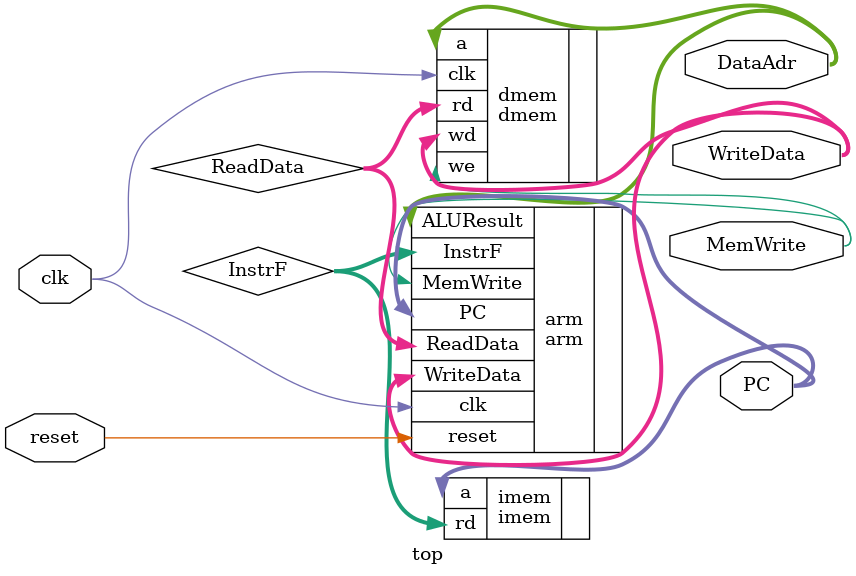
<source format=v>
module top (
	clk,
	reset,
	WriteData,
	DataAdr,
	MemWrite,
	PC
);
	input wire clk;
	input wire reset;
	output wire [31:0] WriteData;
	output wire [31:0] DataAdr;
	output wire MemWrite;
	output wire [31:0] PC;
	wire [31:0] InstrF;
	wire [31:0] ReadData;
	arm arm(
		.clk(clk),
		.reset(reset),
		.PC(PC),
		.InstrF(InstrF),
		.MemWrite(MemWrite),
		.ALUResult(DataAdr),
		.WriteData(WriteData),
		.ReadData(ReadData)
	);
	imem imem(
		.a(PC),
		.rd(InstrF)
	);
	dmem dmem(
		.clk(clk),
		.we(MemWrite),
		.a(DataAdr),
		.wd(WriteData),
		.rd(ReadData)
	);
endmodule
</source>
